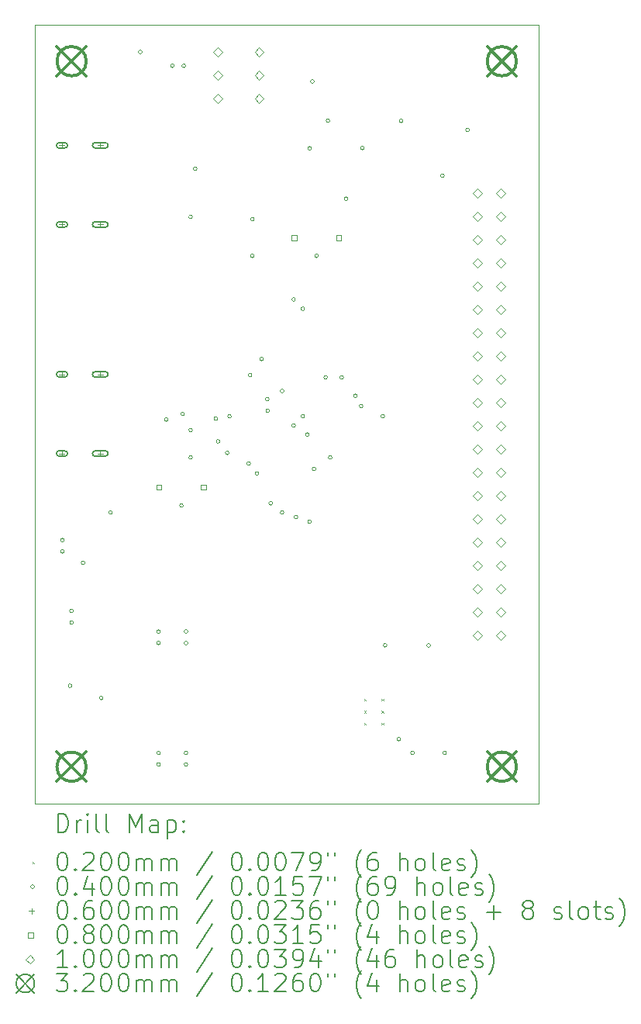
<source format=gbr>
%TF.GenerationSoftware,KiCad,Pcbnew,(6.0.10)*%
%TF.CreationDate,2023-12-29T21:03:24+01:00*%
%TF.ProjectId,Alchemy,416c6368-656d-4792-9e6b-696361645f70,rev?*%
%TF.SameCoordinates,Original*%
%TF.FileFunction,Drillmap*%
%TF.FilePolarity,Positive*%
%FSLAX45Y45*%
G04 Gerber Fmt 4.5, Leading zero omitted, Abs format (unit mm)*
G04 Created by KiCad (PCBNEW (6.0.10)) date 2023-12-29 21:03:24*
%MOMM*%
%LPD*%
G01*
G04 APERTURE LIST*
%ADD10C,0.100000*%
%ADD11C,0.200000*%
%ADD12C,0.020000*%
%ADD13C,0.040000*%
%ADD14C,0.060000*%
%ADD15C,0.080000*%
%ADD16C,0.320000*%
G04 APERTURE END LIST*
D10*
X12250000Y-5600000D02*
X17750000Y-5600000D01*
X17750000Y-5600000D02*
X17750000Y-14100000D01*
X17750000Y-14100000D02*
X12250000Y-14100000D01*
X12250000Y-14100000D02*
X12250000Y-5600000D01*
D11*
D12*
X15844500Y-12960000D02*
X15864500Y-12980000D01*
X15864500Y-12960000D02*
X15844500Y-12980000D01*
X15844500Y-13090000D02*
X15864500Y-13110000D01*
X15864500Y-13090000D02*
X15844500Y-13110000D01*
X15844500Y-13220000D02*
X15864500Y-13240000D01*
X15864500Y-13220000D02*
X15844500Y-13240000D01*
X16035500Y-12960000D02*
X16055500Y-12980000D01*
X16055500Y-12960000D02*
X16035500Y-12980000D01*
X16035500Y-13090000D02*
X16055500Y-13110000D01*
X16055500Y-13090000D02*
X16035500Y-13110000D01*
X16035500Y-13220000D02*
X16055500Y-13240000D01*
X16055500Y-13220000D02*
X16035500Y-13240000D01*
D13*
X12570000Y-11225000D02*
G75*
G03*
X12570000Y-11225000I-20000J0D01*
G01*
X12570000Y-11350000D02*
G75*
G03*
X12570000Y-11350000I-20000J0D01*
G01*
X12653750Y-12816250D02*
G75*
G03*
X12653750Y-12816250I-20000J0D01*
G01*
X12670000Y-12000000D02*
G75*
G03*
X12670000Y-12000000I-20000J0D01*
G01*
X12670000Y-12125000D02*
G75*
G03*
X12670000Y-12125000I-20000J0D01*
G01*
X12795000Y-11475000D02*
G75*
G03*
X12795000Y-11475000I-20000J0D01*
G01*
X12995000Y-12950000D02*
G75*
G03*
X12995000Y-12950000I-20000J0D01*
G01*
X13095000Y-10925000D02*
G75*
G03*
X13095000Y-10925000I-20000J0D01*
G01*
X13420000Y-5900000D02*
G75*
G03*
X13420000Y-5900000I-20000J0D01*
G01*
X13620000Y-12225000D02*
G75*
G03*
X13620000Y-12225000I-20000J0D01*
G01*
X13620000Y-12350000D02*
G75*
G03*
X13620000Y-12350000I-20000J0D01*
G01*
X13620000Y-13550000D02*
G75*
G03*
X13620000Y-13550000I-20000J0D01*
G01*
X13620000Y-13675000D02*
G75*
G03*
X13620000Y-13675000I-20000J0D01*
G01*
X13704467Y-9909467D02*
G75*
G03*
X13704467Y-9909467I-20000J0D01*
G01*
X13770000Y-6050000D02*
G75*
G03*
X13770000Y-6050000I-20000J0D01*
G01*
X13870000Y-10850000D02*
G75*
G03*
X13870000Y-10850000I-20000J0D01*
G01*
X13882500Y-9850000D02*
G75*
G03*
X13882500Y-9850000I-20000J0D01*
G01*
X13895000Y-6050000D02*
G75*
G03*
X13895000Y-6050000I-20000J0D01*
G01*
X13920000Y-12225000D02*
G75*
G03*
X13920000Y-12225000I-20000J0D01*
G01*
X13920000Y-12350000D02*
G75*
G03*
X13920000Y-12350000I-20000J0D01*
G01*
X13920000Y-13550000D02*
G75*
G03*
X13920000Y-13550000I-20000J0D01*
G01*
X13920000Y-13675000D02*
G75*
G03*
X13920000Y-13675000I-20000J0D01*
G01*
X13970000Y-7700000D02*
G75*
G03*
X13970000Y-7700000I-20000J0D01*
G01*
X13970000Y-10025000D02*
G75*
G03*
X13970000Y-10025000I-20000J0D01*
G01*
X13970000Y-10325000D02*
G75*
G03*
X13970000Y-10325000I-20000J0D01*
G01*
X14020000Y-7175000D02*
G75*
G03*
X14020000Y-7175000I-20000J0D01*
G01*
X14246230Y-9900000D02*
G75*
G03*
X14246230Y-9900000I-20000J0D01*
G01*
X14270000Y-10150000D02*
G75*
G03*
X14270000Y-10150000I-20000J0D01*
G01*
X14370000Y-10275000D02*
G75*
G03*
X14370000Y-10275000I-20000J0D01*
G01*
X14395000Y-9875000D02*
G75*
G03*
X14395000Y-9875000I-20000J0D01*
G01*
X14603750Y-10391250D02*
G75*
G03*
X14603750Y-10391250I-20000J0D01*
G01*
X14620000Y-9425000D02*
G75*
G03*
X14620000Y-9425000I-20000J0D01*
G01*
X14645000Y-7725000D02*
G75*
G03*
X14645000Y-7725000I-20000J0D01*
G01*
X14645000Y-8125000D02*
G75*
G03*
X14645000Y-8125000I-20000J0D01*
G01*
X14695000Y-10500000D02*
G75*
G03*
X14695000Y-10500000I-20000J0D01*
G01*
X14745000Y-9250000D02*
G75*
G03*
X14745000Y-9250000I-20000J0D01*
G01*
X14807500Y-9687500D02*
G75*
G03*
X14807500Y-9687500I-20000J0D01*
G01*
X14812009Y-9813987D02*
G75*
G03*
X14812009Y-9813987I-20000J0D01*
G01*
X14845000Y-10825000D02*
G75*
G03*
X14845000Y-10825000I-20000J0D01*
G01*
X14970000Y-9600000D02*
G75*
G03*
X14970000Y-9600000I-20000J0D01*
G01*
X14970000Y-10925000D02*
G75*
G03*
X14970000Y-10925000I-20000J0D01*
G01*
X15095000Y-8600000D02*
G75*
G03*
X15095000Y-8600000I-20000J0D01*
G01*
X15095000Y-9975000D02*
G75*
G03*
X15095000Y-9975000I-20000J0D01*
G01*
X15120000Y-10975000D02*
G75*
G03*
X15120000Y-10975000I-20000J0D01*
G01*
X15195000Y-9875000D02*
G75*
G03*
X15195000Y-9875000I-20000J0D01*
G01*
X15196205Y-8701205D02*
G75*
G03*
X15196205Y-8701205I-20000J0D01*
G01*
X15245000Y-10075000D02*
G75*
G03*
X15245000Y-10075000I-20000J0D01*
G01*
X15270000Y-6950000D02*
G75*
G03*
X15270000Y-6950000I-20000J0D01*
G01*
X15270000Y-11025000D02*
G75*
G03*
X15270000Y-11025000I-20000J0D01*
G01*
X15299375Y-6220625D02*
G75*
G03*
X15299375Y-6220625I-20000J0D01*
G01*
X15320000Y-10450000D02*
G75*
G03*
X15320000Y-10450000I-20000J0D01*
G01*
X15345000Y-8125000D02*
G75*
G03*
X15345000Y-8125000I-20000J0D01*
G01*
X15445000Y-9450000D02*
G75*
G03*
X15445000Y-9450000I-20000J0D01*
G01*
X15470000Y-6650000D02*
G75*
G03*
X15470000Y-6650000I-20000J0D01*
G01*
X15495000Y-10325000D02*
G75*
G03*
X15495000Y-10325000I-20000J0D01*
G01*
X15620000Y-9450000D02*
G75*
G03*
X15620000Y-9450000I-20000J0D01*
G01*
X15670000Y-7500000D02*
G75*
G03*
X15670000Y-7500000I-20000J0D01*
G01*
X15771230Y-9651230D02*
G75*
G03*
X15771230Y-9651230I-20000J0D01*
G01*
X15833086Y-9763086D02*
G75*
G03*
X15833086Y-9763086I-20000J0D01*
G01*
X15847500Y-6947500D02*
G75*
G03*
X15847500Y-6947500I-20000J0D01*
G01*
X16070000Y-9875000D02*
G75*
G03*
X16070000Y-9875000I-20000J0D01*
G01*
X16095000Y-12375000D02*
G75*
G03*
X16095000Y-12375000I-20000J0D01*
G01*
X16245000Y-13400000D02*
G75*
G03*
X16245000Y-13400000I-20000J0D01*
G01*
X16270000Y-6650000D02*
G75*
G03*
X16270000Y-6650000I-20000J0D01*
G01*
X16395000Y-13550000D02*
G75*
G03*
X16395000Y-13550000I-20000J0D01*
G01*
X16570000Y-12375000D02*
G75*
G03*
X16570000Y-12375000I-20000J0D01*
G01*
X16720000Y-7250000D02*
G75*
G03*
X16720000Y-7250000I-20000J0D01*
G01*
X16745000Y-13550000D02*
G75*
G03*
X16745000Y-13550000I-20000J0D01*
G01*
X16995000Y-6750000D02*
G75*
G03*
X16995000Y-6750000I-20000J0D01*
G01*
D14*
X12545000Y-6888000D02*
X12545000Y-6948000D01*
X12515000Y-6918000D02*
X12575000Y-6918000D01*
D11*
X12575000Y-6888000D02*
X12515000Y-6888000D01*
X12575000Y-6948000D02*
X12515000Y-6948000D01*
X12515000Y-6888000D02*
G75*
G03*
X12515000Y-6948000I0J-30000D01*
G01*
X12575000Y-6948000D02*
G75*
G03*
X12575000Y-6888000I0J30000D01*
G01*
D14*
X12545000Y-7752000D02*
X12545000Y-7812000D01*
X12515000Y-7782000D02*
X12575000Y-7782000D01*
D11*
X12575000Y-7752000D02*
X12515000Y-7752000D01*
X12575000Y-7812000D02*
X12515000Y-7812000D01*
X12515000Y-7752000D02*
G75*
G03*
X12515000Y-7812000I0J-30000D01*
G01*
X12575000Y-7812000D02*
G75*
G03*
X12575000Y-7752000I0J30000D01*
G01*
D14*
X12545000Y-9388000D02*
X12545000Y-9448000D01*
X12515000Y-9418000D02*
X12575000Y-9418000D01*
D11*
X12575000Y-9388000D02*
X12515000Y-9388000D01*
X12575000Y-9448000D02*
X12515000Y-9448000D01*
X12515000Y-9388000D02*
G75*
G03*
X12515000Y-9448000I0J-30000D01*
G01*
X12575000Y-9448000D02*
G75*
G03*
X12575000Y-9388000I0J30000D01*
G01*
D14*
X12545000Y-10252000D02*
X12545000Y-10312000D01*
X12515000Y-10282000D02*
X12575000Y-10282000D01*
D11*
X12575000Y-10252000D02*
X12515000Y-10252000D01*
X12575000Y-10312000D02*
X12515000Y-10312000D01*
X12515000Y-10252000D02*
G75*
G03*
X12515000Y-10312000I0J-30000D01*
G01*
X12575000Y-10312000D02*
G75*
G03*
X12575000Y-10252000I0J30000D01*
G01*
D14*
X12963000Y-6888000D02*
X12963000Y-6948000D01*
X12933000Y-6918000D02*
X12993000Y-6918000D01*
D11*
X13018000Y-6888000D02*
X12908000Y-6888000D01*
X13018000Y-6948000D02*
X12908000Y-6948000D01*
X12908000Y-6888000D02*
G75*
G03*
X12908000Y-6948000I0J-30000D01*
G01*
X13018000Y-6948000D02*
G75*
G03*
X13018000Y-6888000I0J30000D01*
G01*
D14*
X12963000Y-7752000D02*
X12963000Y-7812000D01*
X12933000Y-7782000D02*
X12993000Y-7782000D01*
D11*
X13018000Y-7752000D02*
X12908000Y-7752000D01*
X13018000Y-7812000D02*
X12908000Y-7812000D01*
X12908000Y-7752000D02*
G75*
G03*
X12908000Y-7812000I0J-30000D01*
G01*
X13018000Y-7812000D02*
G75*
G03*
X13018000Y-7752000I0J30000D01*
G01*
D14*
X12963000Y-9388000D02*
X12963000Y-9448000D01*
X12933000Y-9418000D02*
X12993000Y-9418000D01*
D11*
X13018000Y-9388000D02*
X12908000Y-9388000D01*
X13018000Y-9448000D02*
X12908000Y-9448000D01*
X12908000Y-9388000D02*
G75*
G03*
X12908000Y-9448000I0J-30000D01*
G01*
X13018000Y-9448000D02*
G75*
G03*
X13018000Y-9388000I0J30000D01*
G01*
D14*
X12963000Y-10252000D02*
X12963000Y-10312000D01*
X12933000Y-10282000D02*
X12993000Y-10282000D01*
D11*
X13018000Y-10252000D02*
X12908000Y-10252000D01*
X13018000Y-10312000D02*
X12908000Y-10312000D01*
X12908000Y-10252000D02*
G75*
G03*
X12908000Y-10312000I0J-30000D01*
G01*
X13018000Y-10312000D02*
G75*
G03*
X13018000Y-10252000I0J30000D01*
G01*
D15*
X13633284Y-10678285D02*
X13633284Y-10621716D01*
X13576715Y-10621716D01*
X13576715Y-10678285D01*
X13633284Y-10678285D01*
X14121284Y-10678285D02*
X14121284Y-10621716D01*
X14064715Y-10621716D01*
X14064715Y-10678285D01*
X14121284Y-10678285D01*
X15108284Y-7953284D02*
X15108284Y-7896715D01*
X15051715Y-7896715D01*
X15051715Y-7953284D01*
X15108284Y-7953284D01*
X15596284Y-7953284D02*
X15596284Y-7896715D01*
X15539715Y-7896715D01*
X15539715Y-7953284D01*
X15596284Y-7953284D01*
D10*
X14250000Y-5947500D02*
X14300000Y-5897500D01*
X14250000Y-5847500D01*
X14200000Y-5897500D01*
X14250000Y-5947500D01*
X14250000Y-6201500D02*
X14300000Y-6151500D01*
X14250000Y-6101500D01*
X14200000Y-6151500D01*
X14250000Y-6201500D01*
X14250000Y-6455500D02*
X14300000Y-6405500D01*
X14250000Y-6355500D01*
X14200000Y-6405500D01*
X14250000Y-6455500D01*
X14700000Y-5946000D02*
X14750000Y-5896000D01*
X14700000Y-5846000D01*
X14650000Y-5896000D01*
X14700000Y-5946000D01*
X14700000Y-6200000D02*
X14750000Y-6150000D01*
X14700000Y-6100000D01*
X14650000Y-6150000D01*
X14700000Y-6200000D01*
X14700000Y-6454000D02*
X14750000Y-6404000D01*
X14700000Y-6354000D01*
X14650000Y-6404000D01*
X14700000Y-6454000D01*
X17085000Y-7487500D02*
X17135000Y-7437500D01*
X17085000Y-7387500D01*
X17035000Y-7437500D01*
X17085000Y-7487500D01*
X17085000Y-7741500D02*
X17135000Y-7691500D01*
X17085000Y-7641500D01*
X17035000Y-7691500D01*
X17085000Y-7741500D01*
X17085000Y-7995500D02*
X17135000Y-7945500D01*
X17085000Y-7895500D01*
X17035000Y-7945500D01*
X17085000Y-7995500D01*
X17085000Y-8249500D02*
X17135000Y-8199500D01*
X17085000Y-8149500D01*
X17035000Y-8199500D01*
X17085000Y-8249500D01*
X17085000Y-8503500D02*
X17135000Y-8453500D01*
X17085000Y-8403500D01*
X17035000Y-8453500D01*
X17085000Y-8503500D01*
X17085000Y-8757500D02*
X17135000Y-8707500D01*
X17085000Y-8657500D01*
X17035000Y-8707500D01*
X17085000Y-8757500D01*
X17085000Y-9011500D02*
X17135000Y-8961500D01*
X17085000Y-8911500D01*
X17035000Y-8961500D01*
X17085000Y-9011500D01*
X17085000Y-9265500D02*
X17135000Y-9215500D01*
X17085000Y-9165500D01*
X17035000Y-9215500D01*
X17085000Y-9265500D01*
X17085000Y-9519500D02*
X17135000Y-9469500D01*
X17085000Y-9419500D01*
X17035000Y-9469500D01*
X17085000Y-9519500D01*
X17085000Y-9773500D02*
X17135000Y-9723500D01*
X17085000Y-9673500D01*
X17035000Y-9723500D01*
X17085000Y-9773500D01*
X17085000Y-10027500D02*
X17135000Y-9977500D01*
X17085000Y-9927500D01*
X17035000Y-9977500D01*
X17085000Y-10027500D01*
X17085000Y-10281500D02*
X17135000Y-10231500D01*
X17085000Y-10181500D01*
X17035000Y-10231500D01*
X17085000Y-10281500D01*
X17085000Y-10535500D02*
X17135000Y-10485500D01*
X17085000Y-10435500D01*
X17035000Y-10485500D01*
X17085000Y-10535500D01*
X17085000Y-10789500D02*
X17135000Y-10739500D01*
X17085000Y-10689500D01*
X17035000Y-10739500D01*
X17085000Y-10789500D01*
X17085000Y-11043500D02*
X17135000Y-10993500D01*
X17085000Y-10943500D01*
X17035000Y-10993500D01*
X17085000Y-11043500D01*
X17085000Y-11297500D02*
X17135000Y-11247500D01*
X17085000Y-11197500D01*
X17035000Y-11247500D01*
X17085000Y-11297500D01*
X17085000Y-11551500D02*
X17135000Y-11501500D01*
X17085000Y-11451500D01*
X17035000Y-11501500D01*
X17085000Y-11551500D01*
X17085000Y-11805500D02*
X17135000Y-11755500D01*
X17085000Y-11705500D01*
X17035000Y-11755500D01*
X17085000Y-11805500D01*
X17085000Y-12059500D02*
X17135000Y-12009500D01*
X17085000Y-11959500D01*
X17035000Y-12009500D01*
X17085000Y-12059500D01*
X17085000Y-12313500D02*
X17135000Y-12263500D01*
X17085000Y-12213500D01*
X17035000Y-12263500D01*
X17085000Y-12313500D01*
X17339000Y-7487500D02*
X17389000Y-7437500D01*
X17339000Y-7387500D01*
X17289000Y-7437500D01*
X17339000Y-7487500D01*
X17339000Y-7741500D02*
X17389000Y-7691500D01*
X17339000Y-7641500D01*
X17289000Y-7691500D01*
X17339000Y-7741500D01*
X17339000Y-7995500D02*
X17389000Y-7945500D01*
X17339000Y-7895500D01*
X17289000Y-7945500D01*
X17339000Y-7995500D01*
X17339000Y-8249500D02*
X17389000Y-8199500D01*
X17339000Y-8149500D01*
X17289000Y-8199500D01*
X17339000Y-8249500D01*
X17339000Y-8503500D02*
X17389000Y-8453500D01*
X17339000Y-8403500D01*
X17289000Y-8453500D01*
X17339000Y-8503500D01*
X17339000Y-8757500D02*
X17389000Y-8707500D01*
X17339000Y-8657500D01*
X17289000Y-8707500D01*
X17339000Y-8757500D01*
X17339000Y-9011500D02*
X17389000Y-8961500D01*
X17339000Y-8911500D01*
X17289000Y-8961500D01*
X17339000Y-9011500D01*
X17339000Y-9265500D02*
X17389000Y-9215500D01*
X17339000Y-9165500D01*
X17289000Y-9215500D01*
X17339000Y-9265500D01*
X17339000Y-9519500D02*
X17389000Y-9469500D01*
X17339000Y-9419500D01*
X17289000Y-9469500D01*
X17339000Y-9519500D01*
X17339000Y-9773500D02*
X17389000Y-9723500D01*
X17339000Y-9673500D01*
X17289000Y-9723500D01*
X17339000Y-9773500D01*
X17339000Y-10027500D02*
X17389000Y-9977500D01*
X17339000Y-9927500D01*
X17289000Y-9977500D01*
X17339000Y-10027500D01*
X17339000Y-10281500D02*
X17389000Y-10231500D01*
X17339000Y-10181500D01*
X17289000Y-10231500D01*
X17339000Y-10281500D01*
X17339000Y-10535500D02*
X17389000Y-10485500D01*
X17339000Y-10435500D01*
X17289000Y-10485500D01*
X17339000Y-10535500D01*
X17339000Y-10789500D02*
X17389000Y-10739500D01*
X17339000Y-10689500D01*
X17289000Y-10739500D01*
X17339000Y-10789500D01*
X17339000Y-11043500D02*
X17389000Y-10993500D01*
X17339000Y-10943500D01*
X17289000Y-10993500D01*
X17339000Y-11043500D01*
X17339000Y-11297500D02*
X17389000Y-11247500D01*
X17339000Y-11197500D01*
X17289000Y-11247500D01*
X17339000Y-11297500D01*
X17339000Y-11551500D02*
X17389000Y-11501500D01*
X17339000Y-11451500D01*
X17289000Y-11501500D01*
X17339000Y-11551500D01*
X17339000Y-11805500D02*
X17389000Y-11755500D01*
X17339000Y-11705500D01*
X17289000Y-11755500D01*
X17339000Y-11805500D01*
X17339000Y-12059500D02*
X17389000Y-12009500D01*
X17339000Y-11959500D01*
X17289000Y-12009500D01*
X17339000Y-12059500D01*
X17339000Y-12313500D02*
X17389000Y-12263500D01*
X17339000Y-12213500D01*
X17289000Y-12263500D01*
X17339000Y-12313500D01*
D16*
X12490000Y-5840000D02*
X12810000Y-6160000D01*
X12810000Y-5840000D02*
X12490000Y-6160000D01*
X12810000Y-6000000D02*
G75*
G03*
X12810000Y-6000000I-160000J0D01*
G01*
X12490000Y-13540000D02*
X12810000Y-13860000D01*
X12810000Y-13540000D02*
X12490000Y-13860000D01*
X12810000Y-13700000D02*
G75*
G03*
X12810000Y-13700000I-160000J0D01*
G01*
X17190000Y-5840000D02*
X17510000Y-6160000D01*
X17510000Y-5840000D02*
X17190000Y-6160000D01*
X17510000Y-6000000D02*
G75*
G03*
X17510000Y-6000000I-160000J0D01*
G01*
X17190000Y-13540000D02*
X17510000Y-13860000D01*
X17510000Y-13540000D02*
X17190000Y-13860000D01*
X17510000Y-13700000D02*
G75*
G03*
X17510000Y-13700000I-160000J0D01*
G01*
D11*
X12502619Y-14415476D02*
X12502619Y-14215476D01*
X12550238Y-14215476D01*
X12578809Y-14225000D01*
X12597857Y-14244048D01*
X12607381Y-14263095D01*
X12616905Y-14301190D01*
X12616905Y-14329762D01*
X12607381Y-14367857D01*
X12597857Y-14386905D01*
X12578809Y-14405952D01*
X12550238Y-14415476D01*
X12502619Y-14415476D01*
X12702619Y-14415476D02*
X12702619Y-14282143D01*
X12702619Y-14320238D02*
X12712143Y-14301190D01*
X12721667Y-14291667D01*
X12740714Y-14282143D01*
X12759762Y-14282143D01*
X12826428Y-14415476D02*
X12826428Y-14282143D01*
X12826428Y-14215476D02*
X12816905Y-14225000D01*
X12826428Y-14234524D01*
X12835952Y-14225000D01*
X12826428Y-14215476D01*
X12826428Y-14234524D01*
X12950238Y-14415476D02*
X12931190Y-14405952D01*
X12921667Y-14386905D01*
X12921667Y-14215476D01*
X13055000Y-14415476D02*
X13035952Y-14405952D01*
X13026428Y-14386905D01*
X13026428Y-14215476D01*
X13283571Y-14415476D02*
X13283571Y-14215476D01*
X13350238Y-14358333D01*
X13416905Y-14215476D01*
X13416905Y-14415476D01*
X13597857Y-14415476D02*
X13597857Y-14310714D01*
X13588333Y-14291667D01*
X13569286Y-14282143D01*
X13531190Y-14282143D01*
X13512143Y-14291667D01*
X13597857Y-14405952D02*
X13578809Y-14415476D01*
X13531190Y-14415476D01*
X13512143Y-14405952D01*
X13502619Y-14386905D01*
X13502619Y-14367857D01*
X13512143Y-14348809D01*
X13531190Y-14339286D01*
X13578809Y-14339286D01*
X13597857Y-14329762D01*
X13693095Y-14282143D02*
X13693095Y-14482143D01*
X13693095Y-14291667D02*
X13712143Y-14282143D01*
X13750238Y-14282143D01*
X13769286Y-14291667D01*
X13778809Y-14301190D01*
X13788333Y-14320238D01*
X13788333Y-14377381D01*
X13778809Y-14396428D01*
X13769286Y-14405952D01*
X13750238Y-14415476D01*
X13712143Y-14415476D01*
X13693095Y-14405952D01*
X13874048Y-14396428D02*
X13883571Y-14405952D01*
X13874048Y-14415476D01*
X13864524Y-14405952D01*
X13874048Y-14396428D01*
X13874048Y-14415476D01*
X13874048Y-14291667D02*
X13883571Y-14301190D01*
X13874048Y-14310714D01*
X13864524Y-14301190D01*
X13874048Y-14291667D01*
X13874048Y-14310714D01*
D12*
X12225000Y-14735000D02*
X12245000Y-14755000D01*
X12245000Y-14735000D02*
X12225000Y-14755000D01*
D11*
X12540714Y-14635476D02*
X12559762Y-14635476D01*
X12578809Y-14645000D01*
X12588333Y-14654524D01*
X12597857Y-14673571D01*
X12607381Y-14711667D01*
X12607381Y-14759286D01*
X12597857Y-14797381D01*
X12588333Y-14816428D01*
X12578809Y-14825952D01*
X12559762Y-14835476D01*
X12540714Y-14835476D01*
X12521667Y-14825952D01*
X12512143Y-14816428D01*
X12502619Y-14797381D01*
X12493095Y-14759286D01*
X12493095Y-14711667D01*
X12502619Y-14673571D01*
X12512143Y-14654524D01*
X12521667Y-14645000D01*
X12540714Y-14635476D01*
X12693095Y-14816428D02*
X12702619Y-14825952D01*
X12693095Y-14835476D01*
X12683571Y-14825952D01*
X12693095Y-14816428D01*
X12693095Y-14835476D01*
X12778809Y-14654524D02*
X12788333Y-14645000D01*
X12807381Y-14635476D01*
X12855000Y-14635476D01*
X12874048Y-14645000D01*
X12883571Y-14654524D01*
X12893095Y-14673571D01*
X12893095Y-14692619D01*
X12883571Y-14721190D01*
X12769286Y-14835476D01*
X12893095Y-14835476D01*
X13016905Y-14635476D02*
X13035952Y-14635476D01*
X13055000Y-14645000D01*
X13064524Y-14654524D01*
X13074048Y-14673571D01*
X13083571Y-14711667D01*
X13083571Y-14759286D01*
X13074048Y-14797381D01*
X13064524Y-14816428D01*
X13055000Y-14825952D01*
X13035952Y-14835476D01*
X13016905Y-14835476D01*
X12997857Y-14825952D01*
X12988333Y-14816428D01*
X12978809Y-14797381D01*
X12969286Y-14759286D01*
X12969286Y-14711667D01*
X12978809Y-14673571D01*
X12988333Y-14654524D01*
X12997857Y-14645000D01*
X13016905Y-14635476D01*
X13207381Y-14635476D02*
X13226428Y-14635476D01*
X13245476Y-14645000D01*
X13255000Y-14654524D01*
X13264524Y-14673571D01*
X13274048Y-14711667D01*
X13274048Y-14759286D01*
X13264524Y-14797381D01*
X13255000Y-14816428D01*
X13245476Y-14825952D01*
X13226428Y-14835476D01*
X13207381Y-14835476D01*
X13188333Y-14825952D01*
X13178809Y-14816428D01*
X13169286Y-14797381D01*
X13159762Y-14759286D01*
X13159762Y-14711667D01*
X13169286Y-14673571D01*
X13178809Y-14654524D01*
X13188333Y-14645000D01*
X13207381Y-14635476D01*
X13359762Y-14835476D02*
X13359762Y-14702143D01*
X13359762Y-14721190D02*
X13369286Y-14711667D01*
X13388333Y-14702143D01*
X13416905Y-14702143D01*
X13435952Y-14711667D01*
X13445476Y-14730714D01*
X13445476Y-14835476D01*
X13445476Y-14730714D02*
X13455000Y-14711667D01*
X13474048Y-14702143D01*
X13502619Y-14702143D01*
X13521667Y-14711667D01*
X13531190Y-14730714D01*
X13531190Y-14835476D01*
X13626428Y-14835476D02*
X13626428Y-14702143D01*
X13626428Y-14721190D02*
X13635952Y-14711667D01*
X13655000Y-14702143D01*
X13683571Y-14702143D01*
X13702619Y-14711667D01*
X13712143Y-14730714D01*
X13712143Y-14835476D01*
X13712143Y-14730714D02*
X13721667Y-14711667D01*
X13740714Y-14702143D01*
X13769286Y-14702143D01*
X13788333Y-14711667D01*
X13797857Y-14730714D01*
X13797857Y-14835476D01*
X14188333Y-14625952D02*
X14016905Y-14883095D01*
X14445476Y-14635476D02*
X14464524Y-14635476D01*
X14483571Y-14645000D01*
X14493095Y-14654524D01*
X14502619Y-14673571D01*
X14512143Y-14711667D01*
X14512143Y-14759286D01*
X14502619Y-14797381D01*
X14493095Y-14816428D01*
X14483571Y-14825952D01*
X14464524Y-14835476D01*
X14445476Y-14835476D01*
X14426428Y-14825952D01*
X14416905Y-14816428D01*
X14407381Y-14797381D01*
X14397857Y-14759286D01*
X14397857Y-14711667D01*
X14407381Y-14673571D01*
X14416905Y-14654524D01*
X14426428Y-14645000D01*
X14445476Y-14635476D01*
X14597857Y-14816428D02*
X14607381Y-14825952D01*
X14597857Y-14835476D01*
X14588333Y-14825952D01*
X14597857Y-14816428D01*
X14597857Y-14835476D01*
X14731190Y-14635476D02*
X14750238Y-14635476D01*
X14769286Y-14645000D01*
X14778809Y-14654524D01*
X14788333Y-14673571D01*
X14797857Y-14711667D01*
X14797857Y-14759286D01*
X14788333Y-14797381D01*
X14778809Y-14816428D01*
X14769286Y-14825952D01*
X14750238Y-14835476D01*
X14731190Y-14835476D01*
X14712143Y-14825952D01*
X14702619Y-14816428D01*
X14693095Y-14797381D01*
X14683571Y-14759286D01*
X14683571Y-14711667D01*
X14693095Y-14673571D01*
X14702619Y-14654524D01*
X14712143Y-14645000D01*
X14731190Y-14635476D01*
X14921667Y-14635476D02*
X14940714Y-14635476D01*
X14959762Y-14645000D01*
X14969286Y-14654524D01*
X14978809Y-14673571D01*
X14988333Y-14711667D01*
X14988333Y-14759286D01*
X14978809Y-14797381D01*
X14969286Y-14816428D01*
X14959762Y-14825952D01*
X14940714Y-14835476D01*
X14921667Y-14835476D01*
X14902619Y-14825952D01*
X14893095Y-14816428D01*
X14883571Y-14797381D01*
X14874048Y-14759286D01*
X14874048Y-14711667D01*
X14883571Y-14673571D01*
X14893095Y-14654524D01*
X14902619Y-14645000D01*
X14921667Y-14635476D01*
X15055000Y-14635476D02*
X15188333Y-14635476D01*
X15102619Y-14835476D01*
X15274048Y-14835476D02*
X15312143Y-14835476D01*
X15331190Y-14825952D01*
X15340714Y-14816428D01*
X15359762Y-14787857D01*
X15369286Y-14749762D01*
X15369286Y-14673571D01*
X15359762Y-14654524D01*
X15350238Y-14645000D01*
X15331190Y-14635476D01*
X15293095Y-14635476D01*
X15274048Y-14645000D01*
X15264524Y-14654524D01*
X15255000Y-14673571D01*
X15255000Y-14721190D01*
X15264524Y-14740238D01*
X15274048Y-14749762D01*
X15293095Y-14759286D01*
X15331190Y-14759286D01*
X15350238Y-14749762D01*
X15359762Y-14740238D01*
X15369286Y-14721190D01*
X15445476Y-14635476D02*
X15445476Y-14673571D01*
X15521667Y-14635476D02*
X15521667Y-14673571D01*
X15816905Y-14911667D02*
X15807381Y-14902143D01*
X15788333Y-14873571D01*
X15778809Y-14854524D01*
X15769286Y-14825952D01*
X15759762Y-14778333D01*
X15759762Y-14740238D01*
X15769286Y-14692619D01*
X15778809Y-14664048D01*
X15788333Y-14645000D01*
X15807381Y-14616428D01*
X15816905Y-14606905D01*
X15978809Y-14635476D02*
X15940714Y-14635476D01*
X15921667Y-14645000D01*
X15912143Y-14654524D01*
X15893095Y-14683095D01*
X15883571Y-14721190D01*
X15883571Y-14797381D01*
X15893095Y-14816428D01*
X15902619Y-14825952D01*
X15921667Y-14835476D01*
X15959762Y-14835476D01*
X15978809Y-14825952D01*
X15988333Y-14816428D01*
X15997857Y-14797381D01*
X15997857Y-14749762D01*
X15988333Y-14730714D01*
X15978809Y-14721190D01*
X15959762Y-14711667D01*
X15921667Y-14711667D01*
X15902619Y-14721190D01*
X15893095Y-14730714D01*
X15883571Y-14749762D01*
X16235952Y-14835476D02*
X16235952Y-14635476D01*
X16321667Y-14835476D02*
X16321667Y-14730714D01*
X16312143Y-14711667D01*
X16293095Y-14702143D01*
X16264524Y-14702143D01*
X16245476Y-14711667D01*
X16235952Y-14721190D01*
X16445476Y-14835476D02*
X16426428Y-14825952D01*
X16416905Y-14816428D01*
X16407381Y-14797381D01*
X16407381Y-14740238D01*
X16416905Y-14721190D01*
X16426428Y-14711667D01*
X16445476Y-14702143D01*
X16474048Y-14702143D01*
X16493095Y-14711667D01*
X16502619Y-14721190D01*
X16512143Y-14740238D01*
X16512143Y-14797381D01*
X16502619Y-14816428D01*
X16493095Y-14825952D01*
X16474048Y-14835476D01*
X16445476Y-14835476D01*
X16626428Y-14835476D02*
X16607381Y-14825952D01*
X16597857Y-14806905D01*
X16597857Y-14635476D01*
X16778810Y-14825952D02*
X16759762Y-14835476D01*
X16721667Y-14835476D01*
X16702619Y-14825952D01*
X16693095Y-14806905D01*
X16693095Y-14730714D01*
X16702619Y-14711667D01*
X16721667Y-14702143D01*
X16759762Y-14702143D01*
X16778810Y-14711667D01*
X16788333Y-14730714D01*
X16788333Y-14749762D01*
X16693095Y-14768809D01*
X16864524Y-14825952D02*
X16883571Y-14835476D01*
X16921667Y-14835476D01*
X16940714Y-14825952D01*
X16950238Y-14806905D01*
X16950238Y-14797381D01*
X16940714Y-14778333D01*
X16921667Y-14768809D01*
X16893095Y-14768809D01*
X16874048Y-14759286D01*
X16864524Y-14740238D01*
X16864524Y-14730714D01*
X16874048Y-14711667D01*
X16893095Y-14702143D01*
X16921667Y-14702143D01*
X16940714Y-14711667D01*
X17016905Y-14911667D02*
X17026429Y-14902143D01*
X17045476Y-14873571D01*
X17055000Y-14854524D01*
X17064524Y-14825952D01*
X17074048Y-14778333D01*
X17074048Y-14740238D01*
X17064524Y-14692619D01*
X17055000Y-14664048D01*
X17045476Y-14645000D01*
X17026429Y-14616428D01*
X17016905Y-14606905D01*
D13*
X12245000Y-15009000D02*
G75*
G03*
X12245000Y-15009000I-20000J0D01*
G01*
D11*
X12540714Y-14899476D02*
X12559762Y-14899476D01*
X12578809Y-14909000D01*
X12588333Y-14918524D01*
X12597857Y-14937571D01*
X12607381Y-14975667D01*
X12607381Y-15023286D01*
X12597857Y-15061381D01*
X12588333Y-15080428D01*
X12578809Y-15089952D01*
X12559762Y-15099476D01*
X12540714Y-15099476D01*
X12521667Y-15089952D01*
X12512143Y-15080428D01*
X12502619Y-15061381D01*
X12493095Y-15023286D01*
X12493095Y-14975667D01*
X12502619Y-14937571D01*
X12512143Y-14918524D01*
X12521667Y-14909000D01*
X12540714Y-14899476D01*
X12693095Y-15080428D02*
X12702619Y-15089952D01*
X12693095Y-15099476D01*
X12683571Y-15089952D01*
X12693095Y-15080428D01*
X12693095Y-15099476D01*
X12874048Y-14966143D02*
X12874048Y-15099476D01*
X12826428Y-14889952D02*
X12778809Y-15032809D01*
X12902619Y-15032809D01*
X13016905Y-14899476D02*
X13035952Y-14899476D01*
X13055000Y-14909000D01*
X13064524Y-14918524D01*
X13074048Y-14937571D01*
X13083571Y-14975667D01*
X13083571Y-15023286D01*
X13074048Y-15061381D01*
X13064524Y-15080428D01*
X13055000Y-15089952D01*
X13035952Y-15099476D01*
X13016905Y-15099476D01*
X12997857Y-15089952D01*
X12988333Y-15080428D01*
X12978809Y-15061381D01*
X12969286Y-15023286D01*
X12969286Y-14975667D01*
X12978809Y-14937571D01*
X12988333Y-14918524D01*
X12997857Y-14909000D01*
X13016905Y-14899476D01*
X13207381Y-14899476D02*
X13226428Y-14899476D01*
X13245476Y-14909000D01*
X13255000Y-14918524D01*
X13264524Y-14937571D01*
X13274048Y-14975667D01*
X13274048Y-15023286D01*
X13264524Y-15061381D01*
X13255000Y-15080428D01*
X13245476Y-15089952D01*
X13226428Y-15099476D01*
X13207381Y-15099476D01*
X13188333Y-15089952D01*
X13178809Y-15080428D01*
X13169286Y-15061381D01*
X13159762Y-15023286D01*
X13159762Y-14975667D01*
X13169286Y-14937571D01*
X13178809Y-14918524D01*
X13188333Y-14909000D01*
X13207381Y-14899476D01*
X13359762Y-15099476D02*
X13359762Y-14966143D01*
X13359762Y-14985190D02*
X13369286Y-14975667D01*
X13388333Y-14966143D01*
X13416905Y-14966143D01*
X13435952Y-14975667D01*
X13445476Y-14994714D01*
X13445476Y-15099476D01*
X13445476Y-14994714D02*
X13455000Y-14975667D01*
X13474048Y-14966143D01*
X13502619Y-14966143D01*
X13521667Y-14975667D01*
X13531190Y-14994714D01*
X13531190Y-15099476D01*
X13626428Y-15099476D02*
X13626428Y-14966143D01*
X13626428Y-14985190D02*
X13635952Y-14975667D01*
X13655000Y-14966143D01*
X13683571Y-14966143D01*
X13702619Y-14975667D01*
X13712143Y-14994714D01*
X13712143Y-15099476D01*
X13712143Y-14994714D02*
X13721667Y-14975667D01*
X13740714Y-14966143D01*
X13769286Y-14966143D01*
X13788333Y-14975667D01*
X13797857Y-14994714D01*
X13797857Y-15099476D01*
X14188333Y-14889952D02*
X14016905Y-15147095D01*
X14445476Y-14899476D02*
X14464524Y-14899476D01*
X14483571Y-14909000D01*
X14493095Y-14918524D01*
X14502619Y-14937571D01*
X14512143Y-14975667D01*
X14512143Y-15023286D01*
X14502619Y-15061381D01*
X14493095Y-15080428D01*
X14483571Y-15089952D01*
X14464524Y-15099476D01*
X14445476Y-15099476D01*
X14426428Y-15089952D01*
X14416905Y-15080428D01*
X14407381Y-15061381D01*
X14397857Y-15023286D01*
X14397857Y-14975667D01*
X14407381Y-14937571D01*
X14416905Y-14918524D01*
X14426428Y-14909000D01*
X14445476Y-14899476D01*
X14597857Y-15080428D02*
X14607381Y-15089952D01*
X14597857Y-15099476D01*
X14588333Y-15089952D01*
X14597857Y-15080428D01*
X14597857Y-15099476D01*
X14731190Y-14899476D02*
X14750238Y-14899476D01*
X14769286Y-14909000D01*
X14778809Y-14918524D01*
X14788333Y-14937571D01*
X14797857Y-14975667D01*
X14797857Y-15023286D01*
X14788333Y-15061381D01*
X14778809Y-15080428D01*
X14769286Y-15089952D01*
X14750238Y-15099476D01*
X14731190Y-15099476D01*
X14712143Y-15089952D01*
X14702619Y-15080428D01*
X14693095Y-15061381D01*
X14683571Y-15023286D01*
X14683571Y-14975667D01*
X14693095Y-14937571D01*
X14702619Y-14918524D01*
X14712143Y-14909000D01*
X14731190Y-14899476D01*
X14988333Y-15099476D02*
X14874048Y-15099476D01*
X14931190Y-15099476D02*
X14931190Y-14899476D01*
X14912143Y-14928048D01*
X14893095Y-14947095D01*
X14874048Y-14956619D01*
X15169286Y-14899476D02*
X15074048Y-14899476D01*
X15064524Y-14994714D01*
X15074048Y-14985190D01*
X15093095Y-14975667D01*
X15140714Y-14975667D01*
X15159762Y-14985190D01*
X15169286Y-14994714D01*
X15178809Y-15013762D01*
X15178809Y-15061381D01*
X15169286Y-15080428D01*
X15159762Y-15089952D01*
X15140714Y-15099476D01*
X15093095Y-15099476D01*
X15074048Y-15089952D01*
X15064524Y-15080428D01*
X15245476Y-14899476D02*
X15378809Y-14899476D01*
X15293095Y-15099476D01*
X15445476Y-14899476D02*
X15445476Y-14937571D01*
X15521667Y-14899476D02*
X15521667Y-14937571D01*
X15816905Y-15175667D02*
X15807381Y-15166143D01*
X15788333Y-15137571D01*
X15778809Y-15118524D01*
X15769286Y-15089952D01*
X15759762Y-15042333D01*
X15759762Y-15004238D01*
X15769286Y-14956619D01*
X15778809Y-14928048D01*
X15788333Y-14909000D01*
X15807381Y-14880428D01*
X15816905Y-14870905D01*
X15978809Y-14899476D02*
X15940714Y-14899476D01*
X15921667Y-14909000D01*
X15912143Y-14918524D01*
X15893095Y-14947095D01*
X15883571Y-14985190D01*
X15883571Y-15061381D01*
X15893095Y-15080428D01*
X15902619Y-15089952D01*
X15921667Y-15099476D01*
X15959762Y-15099476D01*
X15978809Y-15089952D01*
X15988333Y-15080428D01*
X15997857Y-15061381D01*
X15997857Y-15013762D01*
X15988333Y-14994714D01*
X15978809Y-14985190D01*
X15959762Y-14975667D01*
X15921667Y-14975667D01*
X15902619Y-14985190D01*
X15893095Y-14994714D01*
X15883571Y-15013762D01*
X16093095Y-15099476D02*
X16131190Y-15099476D01*
X16150238Y-15089952D01*
X16159762Y-15080428D01*
X16178809Y-15051857D01*
X16188333Y-15013762D01*
X16188333Y-14937571D01*
X16178809Y-14918524D01*
X16169286Y-14909000D01*
X16150238Y-14899476D01*
X16112143Y-14899476D01*
X16093095Y-14909000D01*
X16083571Y-14918524D01*
X16074048Y-14937571D01*
X16074048Y-14985190D01*
X16083571Y-15004238D01*
X16093095Y-15013762D01*
X16112143Y-15023286D01*
X16150238Y-15023286D01*
X16169286Y-15013762D01*
X16178809Y-15004238D01*
X16188333Y-14985190D01*
X16426428Y-15099476D02*
X16426428Y-14899476D01*
X16512143Y-15099476D02*
X16512143Y-14994714D01*
X16502619Y-14975667D01*
X16483571Y-14966143D01*
X16455000Y-14966143D01*
X16435952Y-14975667D01*
X16426428Y-14985190D01*
X16635952Y-15099476D02*
X16616905Y-15089952D01*
X16607381Y-15080428D01*
X16597857Y-15061381D01*
X16597857Y-15004238D01*
X16607381Y-14985190D01*
X16616905Y-14975667D01*
X16635952Y-14966143D01*
X16664524Y-14966143D01*
X16683571Y-14975667D01*
X16693095Y-14985190D01*
X16702619Y-15004238D01*
X16702619Y-15061381D01*
X16693095Y-15080428D01*
X16683571Y-15089952D01*
X16664524Y-15099476D01*
X16635952Y-15099476D01*
X16816905Y-15099476D02*
X16797857Y-15089952D01*
X16788333Y-15070905D01*
X16788333Y-14899476D01*
X16969286Y-15089952D02*
X16950238Y-15099476D01*
X16912143Y-15099476D01*
X16893095Y-15089952D01*
X16883571Y-15070905D01*
X16883571Y-14994714D01*
X16893095Y-14975667D01*
X16912143Y-14966143D01*
X16950238Y-14966143D01*
X16969286Y-14975667D01*
X16978810Y-14994714D01*
X16978810Y-15013762D01*
X16883571Y-15032809D01*
X17055000Y-15089952D02*
X17074048Y-15099476D01*
X17112143Y-15099476D01*
X17131190Y-15089952D01*
X17140714Y-15070905D01*
X17140714Y-15061381D01*
X17131190Y-15042333D01*
X17112143Y-15032809D01*
X17083571Y-15032809D01*
X17064524Y-15023286D01*
X17055000Y-15004238D01*
X17055000Y-14994714D01*
X17064524Y-14975667D01*
X17083571Y-14966143D01*
X17112143Y-14966143D01*
X17131190Y-14975667D01*
X17207381Y-15175667D02*
X17216905Y-15166143D01*
X17235952Y-15137571D01*
X17245476Y-15118524D01*
X17255000Y-15089952D01*
X17264524Y-15042333D01*
X17264524Y-15004238D01*
X17255000Y-14956619D01*
X17245476Y-14928048D01*
X17235952Y-14909000D01*
X17216905Y-14880428D01*
X17207381Y-14870905D01*
D14*
X12215000Y-15243000D02*
X12215000Y-15303000D01*
X12185000Y-15273000D02*
X12245000Y-15273000D01*
D11*
X12540714Y-15163476D02*
X12559762Y-15163476D01*
X12578809Y-15173000D01*
X12588333Y-15182524D01*
X12597857Y-15201571D01*
X12607381Y-15239667D01*
X12607381Y-15287286D01*
X12597857Y-15325381D01*
X12588333Y-15344428D01*
X12578809Y-15353952D01*
X12559762Y-15363476D01*
X12540714Y-15363476D01*
X12521667Y-15353952D01*
X12512143Y-15344428D01*
X12502619Y-15325381D01*
X12493095Y-15287286D01*
X12493095Y-15239667D01*
X12502619Y-15201571D01*
X12512143Y-15182524D01*
X12521667Y-15173000D01*
X12540714Y-15163476D01*
X12693095Y-15344428D02*
X12702619Y-15353952D01*
X12693095Y-15363476D01*
X12683571Y-15353952D01*
X12693095Y-15344428D01*
X12693095Y-15363476D01*
X12874048Y-15163476D02*
X12835952Y-15163476D01*
X12816905Y-15173000D01*
X12807381Y-15182524D01*
X12788333Y-15211095D01*
X12778809Y-15249190D01*
X12778809Y-15325381D01*
X12788333Y-15344428D01*
X12797857Y-15353952D01*
X12816905Y-15363476D01*
X12855000Y-15363476D01*
X12874048Y-15353952D01*
X12883571Y-15344428D01*
X12893095Y-15325381D01*
X12893095Y-15277762D01*
X12883571Y-15258714D01*
X12874048Y-15249190D01*
X12855000Y-15239667D01*
X12816905Y-15239667D01*
X12797857Y-15249190D01*
X12788333Y-15258714D01*
X12778809Y-15277762D01*
X13016905Y-15163476D02*
X13035952Y-15163476D01*
X13055000Y-15173000D01*
X13064524Y-15182524D01*
X13074048Y-15201571D01*
X13083571Y-15239667D01*
X13083571Y-15287286D01*
X13074048Y-15325381D01*
X13064524Y-15344428D01*
X13055000Y-15353952D01*
X13035952Y-15363476D01*
X13016905Y-15363476D01*
X12997857Y-15353952D01*
X12988333Y-15344428D01*
X12978809Y-15325381D01*
X12969286Y-15287286D01*
X12969286Y-15239667D01*
X12978809Y-15201571D01*
X12988333Y-15182524D01*
X12997857Y-15173000D01*
X13016905Y-15163476D01*
X13207381Y-15163476D02*
X13226428Y-15163476D01*
X13245476Y-15173000D01*
X13255000Y-15182524D01*
X13264524Y-15201571D01*
X13274048Y-15239667D01*
X13274048Y-15287286D01*
X13264524Y-15325381D01*
X13255000Y-15344428D01*
X13245476Y-15353952D01*
X13226428Y-15363476D01*
X13207381Y-15363476D01*
X13188333Y-15353952D01*
X13178809Y-15344428D01*
X13169286Y-15325381D01*
X13159762Y-15287286D01*
X13159762Y-15239667D01*
X13169286Y-15201571D01*
X13178809Y-15182524D01*
X13188333Y-15173000D01*
X13207381Y-15163476D01*
X13359762Y-15363476D02*
X13359762Y-15230143D01*
X13359762Y-15249190D02*
X13369286Y-15239667D01*
X13388333Y-15230143D01*
X13416905Y-15230143D01*
X13435952Y-15239667D01*
X13445476Y-15258714D01*
X13445476Y-15363476D01*
X13445476Y-15258714D02*
X13455000Y-15239667D01*
X13474048Y-15230143D01*
X13502619Y-15230143D01*
X13521667Y-15239667D01*
X13531190Y-15258714D01*
X13531190Y-15363476D01*
X13626428Y-15363476D02*
X13626428Y-15230143D01*
X13626428Y-15249190D02*
X13635952Y-15239667D01*
X13655000Y-15230143D01*
X13683571Y-15230143D01*
X13702619Y-15239667D01*
X13712143Y-15258714D01*
X13712143Y-15363476D01*
X13712143Y-15258714D02*
X13721667Y-15239667D01*
X13740714Y-15230143D01*
X13769286Y-15230143D01*
X13788333Y-15239667D01*
X13797857Y-15258714D01*
X13797857Y-15363476D01*
X14188333Y-15153952D02*
X14016905Y-15411095D01*
X14445476Y-15163476D02*
X14464524Y-15163476D01*
X14483571Y-15173000D01*
X14493095Y-15182524D01*
X14502619Y-15201571D01*
X14512143Y-15239667D01*
X14512143Y-15287286D01*
X14502619Y-15325381D01*
X14493095Y-15344428D01*
X14483571Y-15353952D01*
X14464524Y-15363476D01*
X14445476Y-15363476D01*
X14426428Y-15353952D01*
X14416905Y-15344428D01*
X14407381Y-15325381D01*
X14397857Y-15287286D01*
X14397857Y-15239667D01*
X14407381Y-15201571D01*
X14416905Y-15182524D01*
X14426428Y-15173000D01*
X14445476Y-15163476D01*
X14597857Y-15344428D02*
X14607381Y-15353952D01*
X14597857Y-15363476D01*
X14588333Y-15353952D01*
X14597857Y-15344428D01*
X14597857Y-15363476D01*
X14731190Y-15163476D02*
X14750238Y-15163476D01*
X14769286Y-15173000D01*
X14778809Y-15182524D01*
X14788333Y-15201571D01*
X14797857Y-15239667D01*
X14797857Y-15287286D01*
X14788333Y-15325381D01*
X14778809Y-15344428D01*
X14769286Y-15353952D01*
X14750238Y-15363476D01*
X14731190Y-15363476D01*
X14712143Y-15353952D01*
X14702619Y-15344428D01*
X14693095Y-15325381D01*
X14683571Y-15287286D01*
X14683571Y-15239667D01*
X14693095Y-15201571D01*
X14702619Y-15182524D01*
X14712143Y-15173000D01*
X14731190Y-15163476D01*
X14874048Y-15182524D02*
X14883571Y-15173000D01*
X14902619Y-15163476D01*
X14950238Y-15163476D01*
X14969286Y-15173000D01*
X14978809Y-15182524D01*
X14988333Y-15201571D01*
X14988333Y-15220619D01*
X14978809Y-15249190D01*
X14864524Y-15363476D01*
X14988333Y-15363476D01*
X15055000Y-15163476D02*
X15178809Y-15163476D01*
X15112143Y-15239667D01*
X15140714Y-15239667D01*
X15159762Y-15249190D01*
X15169286Y-15258714D01*
X15178809Y-15277762D01*
X15178809Y-15325381D01*
X15169286Y-15344428D01*
X15159762Y-15353952D01*
X15140714Y-15363476D01*
X15083571Y-15363476D01*
X15064524Y-15353952D01*
X15055000Y-15344428D01*
X15350238Y-15163476D02*
X15312143Y-15163476D01*
X15293095Y-15173000D01*
X15283571Y-15182524D01*
X15264524Y-15211095D01*
X15255000Y-15249190D01*
X15255000Y-15325381D01*
X15264524Y-15344428D01*
X15274048Y-15353952D01*
X15293095Y-15363476D01*
X15331190Y-15363476D01*
X15350238Y-15353952D01*
X15359762Y-15344428D01*
X15369286Y-15325381D01*
X15369286Y-15277762D01*
X15359762Y-15258714D01*
X15350238Y-15249190D01*
X15331190Y-15239667D01*
X15293095Y-15239667D01*
X15274048Y-15249190D01*
X15264524Y-15258714D01*
X15255000Y-15277762D01*
X15445476Y-15163476D02*
X15445476Y-15201571D01*
X15521667Y-15163476D02*
X15521667Y-15201571D01*
X15816905Y-15439667D02*
X15807381Y-15430143D01*
X15788333Y-15401571D01*
X15778809Y-15382524D01*
X15769286Y-15353952D01*
X15759762Y-15306333D01*
X15759762Y-15268238D01*
X15769286Y-15220619D01*
X15778809Y-15192048D01*
X15788333Y-15173000D01*
X15807381Y-15144428D01*
X15816905Y-15134905D01*
X15931190Y-15163476D02*
X15950238Y-15163476D01*
X15969286Y-15173000D01*
X15978809Y-15182524D01*
X15988333Y-15201571D01*
X15997857Y-15239667D01*
X15997857Y-15287286D01*
X15988333Y-15325381D01*
X15978809Y-15344428D01*
X15969286Y-15353952D01*
X15950238Y-15363476D01*
X15931190Y-15363476D01*
X15912143Y-15353952D01*
X15902619Y-15344428D01*
X15893095Y-15325381D01*
X15883571Y-15287286D01*
X15883571Y-15239667D01*
X15893095Y-15201571D01*
X15902619Y-15182524D01*
X15912143Y-15173000D01*
X15931190Y-15163476D01*
X16235952Y-15363476D02*
X16235952Y-15163476D01*
X16321667Y-15363476D02*
X16321667Y-15258714D01*
X16312143Y-15239667D01*
X16293095Y-15230143D01*
X16264524Y-15230143D01*
X16245476Y-15239667D01*
X16235952Y-15249190D01*
X16445476Y-15363476D02*
X16426428Y-15353952D01*
X16416905Y-15344428D01*
X16407381Y-15325381D01*
X16407381Y-15268238D01*
X16416905Y-15249190D01*
X16426428Y-15239667D01*
X16445476Y-15230143D01*
X16474048Y-15230143D01*
X16493095Y-15239667D01*
X16502619Y-15249190D01*
X16512143Y-15268238D01*
X16512143Y-15325381D01*
X16502619Y-15344428D01*
X16493095Y-15353952D01*
X16474048Y-15363476D01*
X16445476Y-15363476D01*
X16626428Y-15363476D02*
X16607381Y-15353952D01*
X16597857Y-15334905D01*
X16597857Y-15163476D01*
X16778810Y-15353952D02*
X16759762Y-15363476D01*
X16721667Y-15363476D01*
X16702619Y-15353952D01*
X16693095Y-15334905D01*
X16693095Y-15258714D01*
X16702619Y-15239667D01*
X16721667Y-15230143D01*
X16759762Y-15230143D01*
X16778810Y-15239667D01*
X16788333Y-15258714D01*
X16788333Y-15277762D01*
X16693095Y-15296809D01*
X16864524Y-15353952D02*
X16883571Y-15363476D01*
X16921667Y-15363476D01*
X16940714Y-15353952D01*
X16950238Y-15334905D01*
X16950238Y-15325381D01*
X16940714Y-15306333D01*
X16921667Y-15296809D01*
X16893095Y-15296809D01*
X16874048Y-15287286D01*
X16864524Y-15268238D01*
X16864524Y-15258714D01*
X16874048Y-15239667D01*
X16893095Y-15230143D01*
X16921667Y-15230143D01*
X16940714Y-15239667D01*
X17188333Y-15287286D02*
X17340714Y-15287286D01*
X17264524Y-15363476D02*
X17264524Y-15211095D01*
X17616905Y-15249190D02*
X17597857Y-15239667D01*
X17588333Y-15230143D01*
X17578810Y-15211095D01*
X17578810Y-15201571D01*
X17588333Y-15182524D01*
X17597857Y-15173000D01*
X17616905Y-15163476D01*
X17655000Y-15163476D01*
X17674048Y-15173000D01*
X17683571Y-15182524D01*
X17693095Y-15201571D01*
X17693095Y-15211095D01*
X17683571Y-15230143D01*
X17674048Y-15239667D01*
X17655000Y-15249190D01*
X17616905Y-15249190D01*
X17597857Y-15258714D01*
X17588333Y-15268238D01*
X17578810Y-15287286D01*
X17578810Y-15325381D01*
X17588333Y-15344428D01*
X17597857Y-15353952D01*
X17616905Y-15363476D01*
X17655000Y-15363476D01*
X17674048Y-15353952D01*
X17683571Y-15344428D01*
X17693095Y-15325381D01*
X17693095Y-15287286D01*
X17683571Y-15268238D01*
X17674048Y-15258714D01*
X17655000Y-15249190D01*
X17921667Y-15353952D02*
X17940714Y-15363476D01*
X17978810Y-15363476D01*
X17997857Y-15353952D01*
X18007381Y-15334905D01*
X18007381Y-15325381D01*
X17997857Y-15306333D01*
X17978810Y-15296809D01*
X17950238Y-15296809D01*
X17931190Y-15287286D01*
X17921667Y-15268238D01*
X17921667Y-15258714D01*
X17931190Y-15239667D01*
X17950238Y-15230143D01*
X17978810Y-15230143D01*
X17997857Y-15239667D01*
X18121667Y-15363476D02*
X18102619Y-15353952D01*
X18093095Y-15334905D01*
X18093095Y-15163476D01*
X18226429Y-15363476D02*
X18207381Y-15353952D01*
X18197857Y-15344428D01*
X18188333Y-15325381D01*
X18188333Y-15268238D01*
X18197857Y-15249190D01*
X18207381Y-15239667D01*
X18226429Y-15230143D01*
X18255000Y-15230143D01*
X18274048Y-15239667D01*
X18283571Y-15249190D01*
X18293095Y-15268238D01*
X18293095Y-15325381D01*
X18283571Y-15344428D01*
X18274048Y-15353952D01*
X18255000Y-15363476D01*
X18226429Y-15363476D01*
X18350238Y-15230143D02*
X18426429Y-15230143D01*
X18378810Y-15163476D02*
X18378810Y-15334905D01*
X18388333Y-15353952D01*
X18407381Y-15363476D01*
X18426429Y-15363476D01*
X18483571Y-15353952D02*
X18502619Y-15363476D01*
X18540714Y-15363476D01*
X18559762Y-15353952D01*
X18569286Y-15334905D01*
X18569286Y-15325381D01*
X18559762Y-15306333D01*
X18540714Y-15296809D01*
X18512143Y-15296809D01*
X18493095Y-15287286D01*
X18483571Y-15268238D01*
X18483571Y-15258714D01*
X18493095Y-15239667D01*
X18512143Y-15230143D01*
X18540714Y-15230143D01*
X18559762Y-15239667D01*
X18635952Y-15439667D02*
X18645476Y-15430143D01*
X18664524Y-15401571D01*
X18674048Y-15382524D01*
X18683571Y-15353952D01*
X18693095Y-15306333D01*
X18693095Y-15268238D01*
X18683571Y-15220619D01*
X18674048Y-15192048D01*
X18664524Y-15173000D01*
X18645476Y-15144428D01*
X18635952Y-15134905D01*
D15*
X12233284Y-15565284D02*
X12233284Y-15508715D01*
X12176715Y-15508715D01*
X12176715Y-15565284D01*
X12233284Y-15565284D01*
D11*
X12540714Y-15427476D02*
X12559762Y-15427476D01*
X12578809Y-15437000D01*
X12588333Y-15446524D01*
X12597857Y-15465571D01*
X12607381Y-15503667D01*
X12607381Y-15551286D01*
X12597857Y-15589381D01*
X12588333Y-15608428D01*
X12578809Y-15617952D01*
X12559762Y-15627476D01*
X12540714Y-15627476D01*
X12521667Y-15617952D01*
X12512143Y-15608428D01*
X12502619Y-15589381D01*
X12493095Y-15551286D01*
X12493095Y-15503667D01*
X12502619Y-15465571D01*
X12512143Y-15446524D01*
X12521667Y-15437000D01*
X12540714Y-15427476D01*
X12693095Y-15608428D02*
X12702619Y-15617952D01*
X12693095Y-15627476D01*
X12683571Y-15617952D01*
X12693095Y-15608428D01*
X12693095Y-15627476D01*
X12816905Y-15513190D02*
X12797857Y-15503667D01*
X12788333Y-15494143D01*
X12778809Y-15475095D01*
X12778809Y-15465571D01*
X12788333Y-15446524D01*
X12797857Y-15437000D01*
X12816905Y-15427476D01*
X12855000Y-15427476D01*
X12874048Y-15437000D01*
X12883571Y-15446524D01*
X12893095Y-15465571D01*
X12893095Y-15475095D01*
X12883571Y-15494143D01*
X12874048Y-15503667D01*
X12855000Y-15513190D01*
X12816905Y-15513190D01*
X12797857Y-15522714D01*
X12788333Y-15532238D01*
X12778809Y-15551286D01*
X12778809Y-15589381D01*
X12788333Y-15608428D01*
X12797857Y-15617952D01*
X12816905Y-15627476D01*
X12855000Y-15627476D01*
X12874048Y-15617952D01*
X12883571Y-15608428D01*
X12893095Y-15589381D01*
X12893095Y-15551286D01*
X12883571Y-15532238D01*
X12874048Y-15522714D01*
X12855000Y-15513190D01*
X13016905Y-15427476D02*
X13035952Y-15427476D01*
X13055000Y-15437000D01*
X13064524Y-15446524D01*
X13074048Y-15465571D01*
X13083571Y-15503667D01*
X13083571Y-15551286D01*
X13074048Y-15589381D01*
X13064524Y-15608428D01*
X13055000Y-15617952D01*
X13035952Y-15627476D01*
X13016905Y-15627476D01*
X12997857Y-15617952D01*
X12988333Y-15608428D01*
X12978809Y-15589381D01*
X12969286Y-15551286D01*
X12969286Y-15503667D01*
X12978809Y-15465571D01*
X12988333Y-15446524D01*
X12997857Y-15437000D01*
X13016905Y-15427476D01*
X13207381Y-15427476D02*
X13226428Y-15427476D01*
X13245476Y-15437000D01*
X13255000Y-15446524D01*
X13264524Y-15465571D01*
X13274048Y-15503667D01*
X13274048Y-15551286D01*
X13264524Y-15589381D01*
X13255000Y-15608428D01*
X13245476Y-15617952D01*
X13226428Y-15627476D01*
X13207381Y-15627476D01*
X13188333Y-15617952D01*
X13178809Y-15608428D01*
X13169286Y-15589381D01*
X13159762Y-15551286D01*
X13159762Y-15503667D01*
X13169286Y-15465571D01*
X13178809Y-15446524D01*
X13188333Y-15437000D01*
X13207381Y-15427476D01*
X13359762Y-15627476D02*
X13359762Y-15494143D01*
X13359762Y-15513190D02*
X13369286Y-15503667D01*
X13388333Y-15494143D01*
X13416905Y-15494143D01*
X13435952Y-15503667D01*
X13445476Y-15522714D01*
X13445476Y-15627476D01*
X13445476Y-15522714D02*
X13455000Y-15503667D01*
X13474048Y-15494143D01*
X13502619Y-15494143D01*
X13521667Y-15503667D01*
X13531190Y-15522714D01*
X13531190Y-15627476D01*
X13626428Y-15627476D02*
X13626428Y-15494143D01*
X13626428Y-15513190D02*
X13635952Y-15503667D01*
X13655000Y-15494143D01*
X13683571Y-15494143D01*
X13702619Y-15503667D01*
X13712143Y-15522714D01*
X13712143Y-15627476D01*
X13712143Y-15522714D02*
X13721667Y-15503667D01*
X13740714Y-15494143D01*
X13769286Y-15494143D01*
X13788333Y-15503667D01*
X13797857Y-15522714D01*
X13797857Y-15627476D01*
X14188333Y-15417952D02*
X14016905Y-15675095D01*
X14445476Y-15427476D02*
X14464524Y-15427476D01*
X14483571Y-15437000D01*
X14493095Y-15446524D01*
X14502619Y-15465571D01*
X14512143Y-15503667D01*
X14512143Y-15551286D01*
X14502619Y-15589381D01*
X14493095Y-15608428D01*
X14483571Y-15617952D01*
X14464524Y-15627476D01*
X14445476Y-15627476D01*
X14426428Y-15617952D01*
X14416905Y-15608428D01*
X14407381Y-15589381D01*
X14397857Y-15551286D01*
X14397857Y-15503667D01*
X14407381Y-15465571D01*
X14416905Y-15446524D01*
X14426428Y-15437000D01*
X14445476Y-15427476D01*
X14597857Y-15608428D02*
X14607381Y-15617952D01*
X14597857Y-15627476D01*
X14588333Y-15617952D01*
X14597857Y-15608428D01*
X14597857Y-15627476D01*
X14731190Y-15427476D02*
X14750238Y-15427476D01*
X14769286Y-15437000D01*
X14778809Y-15446524D01*
X14788333Y-15465571D01*
X14797857Y-15503667D01*
X14797857Y-15551286D01*
X14788333Y-15589381D01*
X14778809Y-15608428D01*
X14769286Y-15617952D01*
X14750238Y-15627476D01*
X14731190Y-15627476D01*
X14712143Y-15617952D01*
X14702619Y-15608428D01*
X14693095Y-15589381D01*
X14683571Y-15551286D01*
X14683571Y-15503667D01*
X14693095Y-15465571D01*
X14702619Y-15446524D01*
X14712143Y-15437000D01*
X14731190Y-15427476D01*
X14864524Y-15427476D02*
X14988333Y-15427476D01*
X14921667Y-15503667D01*
X14950238Y-15503667D01*
X14969286Y-15513190D01*
X14978809Y-15522714D01*
X14988333Y-15541762D01*
X14988333Y-15589381D01*
X14978809Y-15608428D01*
X14969286Y-15617952D01*
X14950238Y-15627476D01*
X14893095Y-15627476D01*
X14874048Y-15617952D01*
X14864524Y-15608428D01*
X15178809Y-15627476D02*
X15064524Y-15627476D01*
X15121667Y-15627476D02*
X15121667Y-15427476D01*
X15102619Y-15456048D01*
X15083571Y-15475095D01*
X15064524Y-15484619D01*
X15359762Y-15427476D02*
X15264524Y-15427476D01*
X15255000Y-15522714D01*
X15264524Y-15513190D01*
X15283571Y-15503667D01*
X15331190Y-15503667D01*
X15350238Y-15513190D01*
X15359762Y-15522714D01*
X15369286Y-15541762D01*
X15369286Y-15589381D01*
X15359762Y-15608428D01*
X15350238Y-15617952D01*
X15331190Y-15627476D01*
X15283571Y-15627476D01*
X15264524Y-15617952D01*
X15255000Y-15608428D01*
X15445476Y-15427476D02*
X15445476Y-15465571D01*
X15521667Y-15427476D02*
X15521667Y-15465571D01*
X15816905Y-15703667D02*
X15807381Y-15694143D01*
X15788333Y-15665571D01*
X15778809Y-15646524D01*
X15769286Y-15617952D01*
X15759762Y-15570333D01*
X15759762Y-15532238D01*
X15769286Y-15484619D01*
X15778809Y-15456048D01*
X15788333Y-15437000D01*
X15807381Y-15408428D01*
X15816905Y-15398905D01*
X15978809Y-15494143D02*
X15978809Y-15627476D01*
X15931190Y-15417952D02*
X15883571Y-15560809D01*
X16007381Y-15560809D01*
X16235952Y-15627476D02*
X16235952Y-15427476D01*
X16321667Y-15627476D02*
X16321667Y-15522714D01*
X16312143Y-15503667D01*
X16293095Y-15494143D01*
X16264524Y-15494143D01*
X16245476Y-15503667D01*
X16235952Y-15513190D01*
X16445476Y-15627476D02*
X16426428Y-15617952D01*
X16416905Y-15608428D01*
X16407381Y-15589381D01*
X16407381Y-15532238D01*
X16416905Y-15513190D01*
X16426428Y-15503667D01*
X16445476Y-15494143D01*
X16474048Y-15494143D01*
X16493095Y-15503667D01*
X16502619Y-15513190D01*
X16512143Y-15532238D01*
X16512143Y-15589381D01*
X16502619Y-15608428D01*
X16493095Y-15617952D01*
X16474048Y-15627476D01*
X16445476Y-15627476D01*
X16626428Y-15627476D02*
X16607381Y-15617952D01*
X16597857Y-15598905D01*
X16597857Y-15427476D01*
X16778810Y-15617952D02*
X16759762Y-15627476D01*
X16721667Y-15627476D01*
X16702619Y-15617952D01*
X16693095Y-15598905D01*
X16693095Y-15522714D01*
X16702619Y-15503667D01*
X16721667Y-15494143D01*
X16759762Y-15494143D01*
X16778810Y-15503667D01*
X16788333Y-15522714D01*
X16788333Y-15541762D01*
X16693095Y-15560809D01*
X16864524Y-15617952D02*
X16883571Y-15627476D01*
X16921667Y-15627476D01*
X16940714Y-15617952D01*
X16950238Y-15598905D01*
X16950238Y-15589381D01*
X16940714Y-15570333D01*
X16921667Y-15560809D01*
X16893095Y-15560809D01*
X16874048Y-15551286D01*
X16864524Y-15532238D01*
X16864524Y-15522714D01*
X16874048Y-15503667D01*
X16893095Y-15494143D01*
X16921667Y-15494143D01*
X16940714Y-15503667D01*
X17016905Y-15703667D02*
X17026429Y-15694143D01*
X17045476Y-15665571D01*
X17055000Y-15646524D01*
X17064524Y-15617952D01*
X17074048Y-15570333D01*
X17074048Y-15532238D01*
X17064524Y-15484619D01*
X17055000Y-15456048D01*
X17045476Y-15437000D01*
X17026429Y-15408428D01*
X17016905Y-15398905D01*
D10*
X12195000Y-15851000D02*
X12245000Y-15801000D01*
X12195000Y-15751000D01*
X12145000Y-15801000D01*
X12195000Y-15851000D01*
D11*
X12607381Y-15891476D02*
X12493095Y-15891476D01*
X12550238Y-15891476D02*
X12550238Y-15691476D01*
X12531190Y-15720048D01*
X12512143Y-15739095D01*
X12493095Y-15748619D01*
X12693095Y-15872428D02*
X12702619Y-15881952D01*
X12693095Y-15891476D01*
X12683571Y-15881952D01*
X12693095Y-15872428D01*
X12693095Y-15891476D01*
X12826428Y-15691476D02*
X12845476Y-15691476D01*
X12864524Y-15701000D01*
X12874048Y-15710524D01*
X12883571Y-15729571D01*
X12893095Y-15767667D01*
X12893095Y-15815286D01*
X12883571Y-15853381D01*
X12874048Y-15872428D01*
X12864524Y-15881952D01*
X12845476Y-15891476D01*
X12826428Y-15891476D01*
X12807381Y-15881952D01*
X12797857Y-15872428D01*
X12788333Y-15853381D01*
X12778809Y-15815286D01*
X12778809Y-15767667D01*
X12788333Y-15729571D01*
X12797857Y-15710524D01*
X12807381Y-15701000D01*
X12826428Y-15691476D01*
X13016905Y-15691476D02*
X13035952Y-15691476D01*
X13055000Y-15701000D01*
X13064524Y-15710524D01*
X13074048Y-15729571D01*
X13083571Y-15767667D01*
X13083571Y-15815286D01*
X13074048Y-15853381D01*
X13064524Y-15872428D01*
X13055000Y-15881952D01*
X13035952Y-15891476D01*
X13016905Y-15891476D01*
X12997857Y-15881952D01*
X12988333Y-15872428D01*
X12978809Y-15853381D01*
X12969286Y-15815286D01*
X12969286Y-15767667D01*
X12978809Y-15729571D01*
X12988333Y-15710524D01*
X12997857Y-15701000D01*
X13016905Y-15691476D01*
X13207381Y-15691476D02*
X13226428Y-15691476D01*
X13245476Y-15701000D01*
X13255000Y-15710524D01*
X13264524Y-15729571D01*
X13274048Y-15767667D01*
X13274048Y-15815286D01*
X13264524Y-15853381D01*
X13255000Y-15872428D01*
X13245476Y-15881952D01*
X13226428Y-15891476D01*
X13207381Y-15891476D01*
X13188333Y-15881952D01*
X13178809Y-15872428D01*
X13169286Y-15853381D01*
X13159762Y-15815286D01*
X13159762Y-15767667D01*
X13169286Y-15729571D01*
X13178809Y-15710524D01*
X13188333Y-15701000D01*
X13207381Y-15691476D01*
X13359762Y-15891476D02*
X13359762Y-15758143D01*
X13359762Y-15777190D02*
X13369286Y-15767667D01*
X13388333Y-15758143D01*
X13416905Y-15758143D01*
X13435952Y-15767667D01*
X13445476Y-15786714D01*
X13445476Y-15891476D01*
X13445476Y-15786714D02*
X13455000Y-15767667D01*
X13474048Y-15758143D01*
X13502619Y-15758143D01*
X13521667Y-15767667D01*
X13531190Y-15786714D01*
X13531190Y-15891476D01*
X13626428Y-15891476D02*
X13626428Y-15758143D01*
X13626428Y-15777190D02*
X13635952Y-15767667D01*
X13655000Y-15758143D01*
X13683571Y-15758143D01*
X13702619Y-15767667D01*
X13712143Y-15786714D01*
X13712143Y-15891476D01*
X13712143Y-15786714D02*
X13721667Y-15767667D01*
X13740714Y-15758143D01*
X13769286Y-15758143D01*
X13788333Y-15767667D01*
X13797857Y-15786714D01*
X13797857Y-15891476D01*
X14188333Y-15681952D02*
X14016905Y-15939095D01*
X14445476Y-15691476D02*
X14464524Y-15691476D01*
X14483571Y-15701000D01*
X14493095Y-15710524D01*
X14502619Y-15729571D01*
X14512143Y-15767667D01*
X14512143Y-15815286D01*
X14502619Y-15853381D01*
X14493095Y-15872428D01*
X14483571Y-15881952D01*
X14464524Y-15891476D01*
X14445476Y-15891476D01*
X14426428Y-15881952D01*
X14416905Y-15872428D01*
X14407381Y-15853381D01*
X14397857Y-15815286D01*
X14397857Y-15767667D01*
X14407381Y-15729571D01*
X14416905Y-15710524D01*
X14426428Y-15701000D01*
X14445476Y-15691476D01*
X14597857Y-15872428D02*
X14607381Y-15881952D01*
X14597857Y-15891476D01*
X14588333Y-15881952D01*
X14597857Y-15872428D01*
X14597857Y-15891476D01*
X14731190Y-15691476D02*
X14750238Y-15691476D01*
X14769286Y-15701000D01*
X14778809Y-15710524D01*
X14788333Y-15729571D01*
X14797857Y-15767667D01*
X14797857Y-15815286D01*
X14788333Y-15853381D01*
X14778809Y-15872428D01*
X14769286Y-15881952D01*
X14750238Y-15891476D01*
X14731190Y-15891476D01*
X14712143Y-15881952D01*
X14702619Y-15872428D01*
X14693095Y-15853381D01*
X14683571Y-15815286D01*
X14683571Y-15767667D01*
X14693095Y-15729571D01*
X14702619Y-15710524D01*
X14712143Y-15701000D01*
X14731190Y-15691476D01*
X14864524Y-15691476D02*
X14988333Y-15691476D01*
X14921667Y-15767667D01*
X14950238Y-15767667D01*
X14969286Y-15777190D01*
X14978809Y-15786714D01*
X14988333Y-15805762D01*
X14988333Y-15853381D01*
X14978809Y-15872428D01*
X14969286Y-15881952D01*
X14950238Y-15891476D01*
X14893095Y-15891476D01*
X14874048Y-15881952D01*
X14864524Y-15872428D01*
X15083571Y-15891476D02*
X15121667Y-15891476D01*
X15140714Y-15881952D01*
X15150238Y-15872428D01*
X15169286Y-15843857D01*
X15178809Y-15805762D01*
X15178809Y-15729571D01*
X15169286Y-15710524D01*
X15159762Y-15701000D01*
X15140714Y-15691476D01*
X15102619Y-15691476D01*
X15083571Y-15701000D01*
X15074048Y-15710524D01*
X15064524Y-15729571D01*
X15064524Y-15777190D01*
X15074048Y-15796238D01*
X15083571Y-15805762D01*
X15102619Y-15815286D01*
X15140714Y-15815286D01*
X15159762Y-15805762D01*
X15169286Y-15796238D01*
X15178809Y-15777190D01*
X15350238Y-15758143D02*
X15350238Y-15891476D01*
X15302619Y-15681952D02*
X15255000Y-15824809D01*
X15378809Y-15824809D01*
X15445476Y-15691476D02*
X15445476Y-15729571D01*
X15521667Y-15691476D02*
X15521667Y-15729571D01*
X15816905Y-15967667D02*
X15807381Y-15958143D01*
X15788333Y-15929571D01*
X15778809Y-15910524D01*
X15769286Y-15881952D01*
X15759762Y-15834333D01*
X15759762Y-15796238D01*
X15769286Y-15748619D01*
X15778809Y-15720048D01*
X15788333Y-15701000D01*
X15807381Y-15672428D01*
X15816905Y-15662905D01*
X15978809Y-15758143D02*
X15978809Y-15891476D01*
X15931190Y-15681952D02*
X15883571Y-15824809D01*
X16007381Y-15824809D01*
X16169286Y-15691476D02*
X16131190Y-15691476D01*
X16112143Y-15701000D01*
X16102619Y-15710524D01*
X16083571Y-15739095D01*
X16074048Y-15777190D01*
X16074048Y-15853381D01*
X16083571Y-15872428D01*
X16093095Y-15881952D01*
X16112143Y-15891476D01*
X16150238Y-15891476D01*
X16169286Y-15881952D01*
X16178809Y-15872428D01*
X16188333Y-15853381D01*
X16188333Y-15805762D01*
X16178809Y-15786714D01*
X16169286Y-15777190D01*
X16150238Y-15767667D01*
X16112143Y-15767667D01*
X16093095Y-15777190D01*
X16083571Y-15786714D01*
X16074048Y-15805762D01*
X16426428Y-15891476D02*
X16426428Y-15691476D01*
X16512143Y-15891476D02*
X16512143Y-15786714D01*
X16502619Y-15767667D01*
X16483571Y-15758143D01*
X16455000Y-15758143D01*
X16435952Y-15767667D01*
X16426428Y-15777190D01*
X16635952Y-15891476D02*
X16616905Y-15881952D01*
X16607381Y-15872428D01*
X16597857Y-15853381D01*
X16597857Y-15796238D01*
X16607381Y-15777190D01*
X16616905Y-15767667D01*
X16635952Y-15758143D01*
X16664524Y-15758143D01*
X16683571Y-15767667D01*
X16693095Y-15777190D01*
X16702619Y-15796238D01*
X16702619Y-15853381D01*
X16693095Y-15872428D01*
X16683571Y-15881952D01*
X16664524Y-15891476D01*
X16635952Y-15891476D01*
X16816905Y-15891476D02*
X16797857Y-15881952D01*
X16788333Y-15862905D01*
X16788333Y-15691476D01*
X16969286Y-15881952D02*
X16950238Y-15891476D01*
X16912143Y-15891476D01*
X16893095Y-15881952D01*
X16883571Y-15862905D01*
X16883571Y-15786714D01*
X16893095Y-15767667D01*
X16912143Y-15758143D01*
X16950238Y-15758143D01*
X16969286Y-15767667D01*
X16978810Y-15786714D01*
X16978810Y-15805762D01*
X16883571Y-15824809D01*
X17055000Y-15881952D02*
X17074048Y-15891476D01*
X17112143Y-15891476D01*
X17131190Y-15881952D01*
X17140714Y-15862905D01*
X17140714Y-15853381D01*
X17131190Y-15834333D01*
X17112143Y-15824809D01*
X17083571Y-15824809D01*
X17064524Y-15815286D01*
X17055000Y-15796238D01*
X17055000Y-15786714D01*
X17064524Y-15767667D01*
X17083571Y-15758143D01*
X17112143Y-15758143D01*
X17131190Y-15767667D01*
X17207381Y-15967667D02*
X17216905Y-15958143D01*
X17235952Y-15929571D01*
X17245476Y-15910524D01*
X17255000Y-15881952D01*
X17264524Y-15834333D01*
X17264524Y-15796238D01*
X17255000Y-15748619D01*
X17245476Y-15720048D01*
X17235952Y-15701000D01*
X17216905Y-15672428D01*
X17207381Y-15662905D01*
X12045000Y-15965000D02*
X12245000Y-16165000D01*
X12245000Y-15965000D02*
X12045000Y-16165000D01*
X12245000Y-16065000D02*
G75*
G03*
X12245000Y-16065000I-100000J0D01*
G01*
X12483571Y-15955476D02*
X12607381Y-15955476D01*
X12540714Y-16031667D01*
X12569286Y-16031667D01*
X12588333Y-16041190D01*
X12597857Y-16050714D01*
X12607381Y-16069762D01*
X12607381Y-16117381D01*
X12597857Y-16136428D01*
X12588333Y-16145952D01*
X12569286Y-16155476D01*
X12512143Y-16155476D01*
X12493095Y-16145952D01*
X12483571Y-16136428D01*
X12693095Y-16136428D02*
X12702619Y-16145952D01*
X12693095Y-16155476D01*
X12683571Y-16145952D01*
X12693095Y-16136428D01*
X12693095Y-16155476D01*
X12778809Y-15974524D02*
X12788333Y-15965000D01*
X12807381Y-15955476D01*
X12855000Y-15955476D01*
X12874048Y-15965000D01*
X12883571Y-15974524D01*
X12893095Y-15993571D01*
X12893095Y-16012619D01*
X12883571Y-16041190D01*
X12769286Y-16155476D01*
X12893095Y-16155476D01*
X13016905Y-15955476D02*
X13035952Y-15955476D01*
X13055000Y-15965000D01*
X13064524Y-15974524D01*
X13074048Y-15993571D01*
X13083571Y-16031667D01*
X13083571Y-16079286D01*
X13074048Y-16117381D01*
X13064524Y-16136428D01*
X13055000Y-16145952D01*
X13035952Y-16155476D01*
X13016905Y-16155476D01*
X12997857Y-16145952D01*
X12988333Y-16136428D01*
X12978809Y-16117381D01*
X12969286Y-16079286D01*
X12969286Y-16031667D01*
X12978809Y-15993571D01*
X12988333Y-15974524D01*
X12997857Y-15965000D01*
X13016905Y-15955476D01*
X13207381Y-15955476D02*
X13226428Y-15955476D01*
X13245476Y-15965000D01*
X13255000Y-15974524D01*
X13264524Y-15993571D01*
X13274048Y-16031667D01*
X13274048Y-16079286D01*
X13264524Y-16117381D01*
X13255000Y-16136428D01*
X13245476Y-16145952D01*
X13226428Y-16155476D01*
X13207381Y-16155476D01*
X13188333Y-16145952D01*
X13178809Y-16136428D01*
X13169286Y-16117381D01*
X13159762Y-16079286D01*
X13159762Y-16031667D01*
X13169286Y-15993571D01*
X13178809Y-15974524D01*
X13188333Y-15965000D01*
X13207381Y-15955476D01*
X13359762Y-16155476D02*
X13359762Y-16022143D01*
X13359762Y-16041190D02*
X13369286Y-16031667D01*
X13388333Y-16022143D01*
X13416905Y-16022143D01*
X13435952Y-16031667D01*
X13445476Y-16050714D01*
X13445476Y-16155476D01*
X13445476Y-16050714D02*
X13455000Y-16031667D01*
X13474048Y-16022143D01*
X13502619Y-16022143D01*
X13521667Y-16031667D01*
X13531190Y-16050714D01*
X13531190Y-16155476D01*
X13626428Y-16155476D02*
X13626428Y-16022143D01*
X13626428Y-16041190D02*
X13635952Y-16031667D01*
X13655000Y-16022143D01*
X13683571Y-16022143D01*
X13702619Y-16031667D01*
X13712143Y-16050714D01*
X13712143Y-16155476D01*
X13712143Y-16050714D02*
X13721667Y-16031667D01*
X13740714Y-16022143D01*
X13769286Y-16022143D01*
X13788333Y-16031667D01*
X13797857Y-16050714D01*
X13797857Y-16155476D01*
X14188333Y-15945952D02*
X14016905Y-16203095D01*
X14445476Y-15955476D02*
X14464524Y-15955476D01*
X14483571Y-15965000D01*
X14493095Y-15974524D01*
X14502619Y-15993571D01*
X14512143Y-16031667D01*
X14512143Y-16079286D01*
X14502619Y-16117381D01*
X14493095Y-16136428D01*
X14483571Y-16145952D01*
X14464524Y-16155476D01*
X14445476Y-16155476D01*
X14426428Y-16145952D01*
X14416905Y-16136428D01*
X14407381Y-16117381D01*
X14397857Y-16079286D01*
X14397857Y-16031667D01*
X14407381Y-15993571D01*
X14416905Y-15974524D01*
X14426428Y-15965000D01*
X14445476Y-15955476D01*
X14597857Y-16136428D02*
X14607381Y-16145952D01*
X14597857Y-16155476D01*
X14588333Y-16145952D01*
X14597857Y-16136428D01*
X14597857Y-16155476D01*
X14797857Y-16155476D02*
X14683571Y-16155476D01*
X14740714Y-16155476D02*
X14740714Y-15955476D01*
X14721667Y-15984048D01*
X14702619Y-16003095D01*
X14683571Y-16012619D01*
X14874048Y-15974524D02*
X14883571Y-15965000D01*
X14902619Y-15955476D01*
X14950238Y-15955476D01*
X14969286Y-15965000D01*
X14978809Y-15974524D01*
X14988333Y-15993571D01*
X14988333Y-16012619D01*
X14978809Y-16041190D01*
X14864524Y-16155476D01*
X14988333Y-16155476D01*
X15159762Y-15955476D02*
X15121667Y-15955476D01*
X15102619Y-15965000D01*
X15093095Y-15974524D01*
X15074048Y-16003095D01*
X15064524Y-16041190D01*
X15064524Y-16117381D01*
X15074048Y-16136428D01*
X15083571Y-16145952D01*
X15102619Y-16155476D01*
X15140714Y-16155476D01*
X15159762Y-16145952D01*
X15169286Y-16136428D01*
X15178809Y-16117381D01*
X15178809Y-16069762D01*
X15169286Y-16050714D01*
X15159762Y-16041190D01*
X15140714Y-16031667D01*
X15102619Y-16031667D01*
X15083571Y-16041190D01*
X15074048Y-16050714D01*
X15064524Y-16069762D01*
X15302619Y-15955476D02*
X15321667Y-15955476D01*
X15340714Y-15965000D01*
X15350238Y-15974524D01*
X15359762Y-15993571D01*
X15369286Y-16031667D01*
X15369286Y-16079286D01*
X15359762Y-16117381D01*
X15350238Y-16136428D01*
X15340714Y-16145952D01*
X15321667Y-16155476D01*
X15302619Y-16155476D01*
X15283571Y-16145952D01*
X15274048Y-16136428D01*
X15264524Y-16117381D01*
X15255000Y-16079286D01*
X15255000Y-16031667D01*
X15264524Y-15993571D01*
X15274048Y-15974524D01*
X15283571Y-15965000D01*
X15302619Y-15955476D01*
X15445476Y-15955476D02*
X15445476Y-15993571D01*
X15521667Y-15955476D02*
X15521667Y-15993571D01*
X15816905Y-16231667D02*
X15807381Y-16222143D01*
X15788333Y-16193571D01*
X15778809Y-16174524D01*
X15769286Y-16145952D01*
X15759762Y-16098333D01*
X15759762Y-16060238D01*
X15769286Y-16012619D01*
X15778809Y-15984048D01*
X15788333Y-15965000D01*
X15807381Y-15936428D01*
X15816905Y-15926905D01*
X15978809Y-16022143D02*
X15978809Y-16155476D01*
X15931190Y-15945952D02*
X15883571Y-16088809D01*
X16007381Y-16088809D01*
X16235952Y-16155476D02*
X16235952Y-15955476D01*
X16321667Y-16155476D02*
X16321667Y-16050714D01*
X16312143Y-16031667D01*
X16293095Y-16022143D01*
X16264524Y-16022143D01*
X16245476Y-16031667D01*
X16235952Y-16041190D01*
X16445476Y-16155476D02*
X16426428Y-16145952D01*
X16416905Y-16136428D01*
X16407381Y-16117381D01*
X16407381Y-16060238D01*
X16416905Y-16041190D01*
X16426428Y-16031667D01*
X16445476Y-16022143D01*
X16474048Y-16022143D01*
X16493095Y-16031667D01*
X16502619Y-16041190D01*
X16512143Y-16060238D01*
X16512143Y-16117381D01*
X16502619Y-16136428D01*
X16493095Y-16145952D01*
X16474048Y-16155476D01*
X16445476Y-16155476D01*
X16626428Y-16155476D02*
X16607381Y-16145952D01*
X16597857Y-16126905D01*
X16597857Y-15955476D01*
X16778810Y-16145952D02*
X16759762Y-16155476D01*
X16721667Y-16155476D01*
X16702619Y-16145952D01*
X16693095Y-16126905D01*
X16693095Y-16050714D01*
X16702619Y-16031667D01*
X16721667Y-16022143D01*
X16759762Y-16022143D01*
X16778810Y-16031667D01*
X16788333Y-16050714D01*
X16788333Y-16069762D01*
X16693095Y-16088809D01*
X16864524Y-16145952D02*
X16883571Y-16155476D01*
X16921667Y-16155476D01*
X16940714Y-16145952D01*
X16950238Y-16126905D01*
X16950238Y-16117381D01*
X16940714Y-16098333D01*
X16921667Y-16088809D01*
X16893095Y-16088809D01*
X16874048Y-16079286D01*
X16864524Y-16060238D01*
X16864524Y-16050714D01*
X16874048Y-16031667D01*
X16893095Y-16022143D01*
X16921667Y-16022143D01*
X16940714Y-16031667D01*
X17016905Y-16231667D02*
X17026429Y-16222143D01*
X17045476Y-16193571D01*
X17055000Y-16174524D01*
X17064524Y-16145952D01*
X17074048Y-16098333D01*
X17074048Y-16060238D01*
X17064524Y-16012619D01*
X17055000Y-15984048D01*
X17045476Y-15965000D01*
X17026429Y-15936428D01*
X17016905Y-15926905D01*
M02*

</source>
